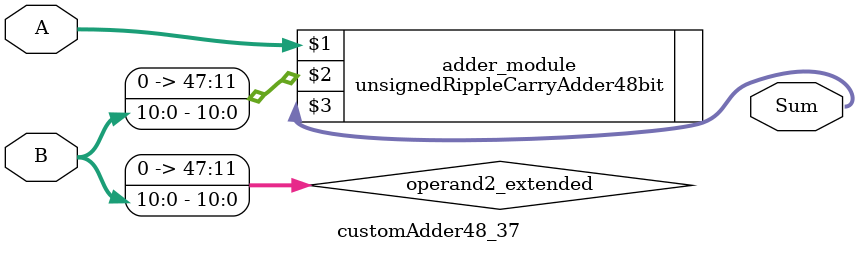
<source format=v>
module customAdder48_37(
                        input [47 : 0] A,
                        input [10 : 0] B,
                        
                        output [48 : 0] Sum
                );

        wire [47 : 0] operand2_extended;
        
        assign operand2_extended =  {37'b0, B};
        
        unsignedRippleCarryAdder48bit adder_module(
            A,
            operand2_extended,
            Sum
        );
        
        endmodule
        
</source>
